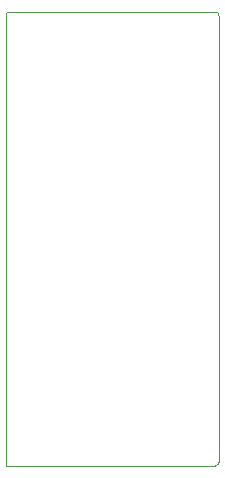
<source format=gbr>
%TF.GenerationSoftware,KiCad,Pcbnew,(5.99.0-3084-g09ad52a03)*%
%TF.CreationDate,2020-11-20T19:05:29+02:00*%
%TF.ProjectId,Arduino Nano rev 1,41726475-696e-46f2-904e-616e6f207265,rev?*%
%TF.SameCoordinates,Original*%
%TF.FileFunction,Profile,NP*%
%FSLAX46Y46*%
G04 Gerber Fmt 4.6, Leading zero omitted, Abs format (unit mm)*
G04 Created by KiCad (PCBNEW (5.99.0-3084-g09ad52a03)) date 2020-11-20 19:05:29*
%MOMM*%
%LPD*%
G01*
G04 APERTURE LIST*
%TA.AperFunction,Profile*%
%ADD10C,0.100000*%
%TD*%
G04 APERTURE END LIST*
D10*
X127250000Y-110050000D02*
X144950000Y-110050000D01*
X127250000Y-71950000D02*
X127250000Y-110050000D01*
X144950000Y-71600000D02*
X127600000Y-71600000D01*
X145300000Y-109700000D02*
X145300000Y-71950000D01*
X145300000Y-109700000D02*
G75*
G02*
X144950000Y-110050000I-350000J0D01*
G01*
X127600000Y-71600000D02*
G75*
G03*
X127250000Y-71950000I0J-350000D01*
G01*
X145300000Y-71950000D02*
G75*
G03*
X144950000Y-71600000I-350000J0D01*
G01*
M02*

</source>
